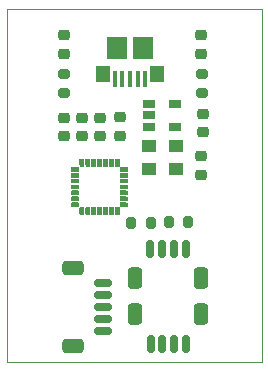
<source format=gbr>
G04 #@! TF.GenerationSoftware,KiCad,Pcbnew,(6.0.7)*
G04 #@! TF.CreationDate,2022-08-21T23:09:39-05:00*
G04 #@! TF.ProjectId,STM32QFN28Breakout,53544d33-3251-4464-9e32-38427265616b,rev?*
G04 #@! TF.SameCoordinates,Original*
G04 #@! TF.FileFunction,Paste,Top*
G04 #@! TF.FilePolarity,Positive*
%FSLAX46Y46*%
G04 Gerber Fmt 4.6, Leading zero omitted, Abs format (unit mm)*
G04 Created by KiCad (PCBNEW (6.0.7)) date 2022-08-21 23:09:39*
%MOMM*%
%LPD*%
G01*
G04 APERTURE LIST*
G04 Aperture macros list*
%AMRoundRect*
0 Rectangle with rounded corners*
0 $1 Rounding radius*
0 $2 $3 $4 $5 $6 $7 $8 $9 X,Y pos of 4 corners*
0 Add a 4 corners polygon primitive as box body*
4,1,4,$2,$3,$4,$5,$6,$7,$8,$9,$2,$3,0*
0 Add four circle primitives for the rounded corners*
1,1,$1+$1,$2,$3*
1,1,$1+$1,$4,$5*
1,1,$1+$1,$6,$7*
1,1,$1+$1,$8,$9*
0 Add four rect primitives between the rounded corners*
20,1,$1+$1,$2,$3,$4,$5,0*
20,1,$1+$1,$4,$5,$6,$7,0*
20,1,$1+$1,$6,$7,$8,$9,0*
20,1,$1+$1,$8,$9,$2,$3,0*%
G04 Aperture macros list end*
G04 #@! TA.AperFunction,Profile*
%ADD10C,0.050000*%
G04 #@! TD*
%ADD11C,0.100000*%
%ADD12R,0.299974X0.599948*%
%ADD13R,0.599948X0.299974*%
%ADD14R,1.150000X1.450000*%
%ADD15R,1.750000X1.900000*%
%ADD16R,0.400000X1.400000*%
%ADD17RoundRect,0.150000X0.625000X-0.150000X0.625000X0.150000X-0.625000X0.150000X-0.625000X-0.150000X0*%
%ADD18RoundRect,0.250000X0.650000X-0.350000X0.650000X0.350000X-0.650000X0.350000X-0.650000X-0.350000X0*%
%ADD19RoundRect,0.225000X0.250000X-0.225000X0.250000X0.225000X-0.250000X0.225000X-0.250000X-0.225000X0*%
%ADD20RoundRect,0.150000X0.150000X0.625000X-0.150000X0.625000X-0.150000X-0.625000X0.150000X-0.625000X0*%
%ADD21RoundRect,0.249999X0.350001X0.650001X-0.350001X0.650001X-0.350001X-0.650001X0.350001X-0.650001X0*%
%ADD22RoundRect,0.249999X-0.350001X-0.650001X0.350001X-0.650001X0.350001X0.650001X-0.350001X0.650001X0*%
%ADD23RoundRect,0.150000X-0.150000X-0.625000X0.150000X-0.625000X0.150000X0.625000X-0.150000X0.625000X0*%
%ADD24RoundRect,0.225000X-0.250000X0.225000X-0.250000X-0.225000X0.250000X-0.225000X0.250000X0.225000X0*%
%ADD25RoundRect,0.218750X0.256250X-0.218750X0.256250X0.218750X-0.256250X0.218750X-0.256250X-0.218750X0*%
%ADD26RoundRect,0.200000X-0.200000X-0.275000X0.200000X-0.275000X0.200000X0.275000X-0.200000X0.275000X0*%
%ADD27RoundRect,0.200000X0.275000X-0.200000X0.275000X0.200000X-0.275000X0.200000X-0.275000X-0.200000X0*%
%ADD28RoundRect,0.200000X-0.275000X0.200000X-0.275000X-0.200000X0.275000X-0.200000X0.275000X0.200000X0*%
%ADD29R,1.060000X0.650000*%
%ADD30R,1.300000X1.100000*%
G04 APERTURE END LIST*
D10*
X201300000Y-78800000D02*
X201300000Y-108700000D01*
X201300000Y-108700000D02*
X222900000Y-108700000D01*
X222900000Y-108700000D02*
X222900000Y-78800000D01*
X222900000Y-78800000D02*
X201300000Y-78800000D01*
G36*
X209773647Y-92113354D02*
G01*
X209473673Y-92113354D01*
X209473673Y-91513406D01*
X209773647Y-91513406D01*
X209773647Y-92113354D01*
G37*
D11*
X209773647Y-92113354D02*
X209473673Y-92113354D01*
X209473673Y-91513406D01*
X209773647Y-91513406D01*
X209773647Y-92113354D01*
G36*
X207378554Y-93507687D02*
G01*
X206778606Y-93507687D01*
X206778606Y-93207713D01*
X207378554Y-93207713D01*
X207378554Y-93507687D01*
G37*
X207378554Y-93507687D02*
X206778606Y-93507687D01*
X206778606Y-93207713D01*
X207378554Y-93207713D01*
X207378554Y-93507687D01*
G36*
X207772127Y-96202754D02*
G01*
X207472153Y-96202754D01*
X207472153Y-95602806D01*
X207772127Y-95602806D01*
X207772127Y-96202754D01*
G37*
X207772127Y-96202754D02*
X207472153Y-96202754D01*
X207472153Y-95602806D01*
X207772127Y-95602806D01*
X207772127Y-96202754D01*
G36*
X208272507Y-92113354D02*
G01*
X207972533Y-92113354D01*
X207972533Y-91513406D01*
X208272507Y-91513406D01*
X208272507Y-92113354D01*
G37*
X208272507Y-92113354D02*
X207972533Y-92113354D01*
X207972533Y-91513406D01*
X208272507Y-91513406D01*
X208272507Y-92113354D01*
G36*
X208272507Y-96202754D02*
G01*
X207972533Y-96202754D01*
X207972533Y-95602806D01*
X208272507Y-95602806D01*
X208272507Y-96202754D01*
G37*
X208272507Y-96202754D02*
X207972533Y-96202754D01*
X207972533Y-95602806D01*
X208272507Y-95602806D01*
X208272507Y-96202754D01*
G36*
X211467954Y-93507687D02*
G01*
X210868006Y-93507687D01*
X210868006Y-93207713D01*
X211467954Y-93207713D01*
X211467954Y-93507687D01*
G37*
X211467954Y-93507687D02*
X210868006Y-93507687D01*
X210868006Y-93207713D01*
X211467954Y-93207713D01*
X211467954Y-93507687D01*
G36*
X209273267Y-96202754D02*
G01*
X208973293Y-96202754D01*
X208973293Y-95602806D01*
X209273267Y-95602806D01*
X209273267Y-96202754D01*
G37*
X209273267Y-96202754D02*
X208973293Y-96202754D01*
X208973293Y-95602806D01*
X209273267Y-95602806D01*
X209273267Y-96202754D01*
G36*
X207772127Y-92113354D02*
G01*
X207472153Y-92113354D01*
X207472153Y-91513406D01*
X207772127Y-91513406D01*
X207772127Y-92113354D01*
G37*
X207772127Y-92113354D02*
X207472153Y-92113354D01*
X207472153Y-91513406D01*
X207772127Y-91513406D01*
X207772127Y-92113354D01*
G36*
X209273267Y-92113354D02*
G01*
X208973293Y-92113354D01*
X208973293Y-91513406D01*
X209273267Y-91513406D01*
X209273267Y-92113354D01*
G37*
X209273267Y-92113354D02*
X208973293Y-92113354D01*
X208973293Y-91513406D01*
X209273267Y-91513406D01*
X209273267Y-92113354D01*
G36*
X211467954Y-94508447D02*
G01*
X210868006Y-94508447D01*
X210868006Y-94208473D01*
X211467954Y-94208473D01*
X211467954Y-94508447D01*
G37*
X211467954Y-94508447D02*
X210868006Y-94508447D01*
X210868006Y-94208473D01*
X211467954Y-94208473D01*
X211467954Y-94508447D01*
G36*
X207378554Y-94008067D02*
G01*
X206778606Y-94008067D01*
X206778606Y-93708093D01*
X207378554Y-93708093D01*
X207378554Y-94008067D01*
G37*
X207378554Y-94008067D02*
X206778606Y-94008067D01*
X206778606Y-93708093D01*
X207378554Y-93708093D01*
X207378554Y-94008067D01*
G36*
X210274027Y-92113354D02*
G01*
X209974053Y-92113354D01*
X209974053Y-91513406D01*
X210274027Y-91513406D01*
X210274027Y-92113354D01*
G37*
X210274027Y-92113354D02*
X209974053Y-92113354D01*
X209974053Y-91513406D01*
X210274027Y-91513406D01*
X210274027Y-92113354D01*
G36*
X207378554Y-95509207D02*
G01*
X206778606Y-95509207D01*
X206778606Y-95209233D01*
X207378554Y-95209233D01*
X207378554Y-95509207D01*
G37*
X207378554Y-95509207D02*
X206778606Y-95509207D01*
X206778606Y-95209233D01*
X207378554Y-95209233D01*
X207378554Y-95509207D01*
G36*
X211467954Y-95509207D02*
G01*
X210868006Y-95509207D01*
X210868006Y-95209233D01*
X211467954Y-95209233D01*
X211467954Y-95509207D01*
G37*
X211467954Y-95509207D02*
X210868006Y-95509207D01*
X210868006Y-95209233D01*
X211467954Y-95209233D01*
X211467954Y-95509207D01*
G36*
X208772887Y-96202754D02*
G01*
X208472913Y-96202754D01*
X208472913Y-95602806D01*
X208772887Y-95602806D01*
X208772887Y-96202754D01*
G37*
X208772887Y-96202754D02*
X208472913Y-96202754D01*
X208472913Y-95602806D01*
X208772887Y-95602806D01*
X208772887Y-96202754D01*
G36*
X209773647Y-96202754D02*
G01*
X209473673Y-96202754D01*
X209473673Y-95602806D01*
X209773647Y-95602806D01*
X209773647Y-96202754D01*
G37*
X209773647Y-96202754D02*
X209473673Y-96202754D01*
X209473673Y-95602806D01*
X209773647Y-95602806D01*
X209773647Y-96202754D01*
G36*
X210774407Y-96202754D02*
G01*
X210474433Y-96202754D01*
X210474433Y-95602806D01*
X210774407Y-95602806D01*
X210774407Y-96202754D01*
G37*
X210774407Y-96202754D02*
X210474433Y-96202754D01*
X210474433Y-95602806D01*
X210774407Y-95602806D01*
X210774407Y-96202754D01*
G36*
X208772887Y-92113354D02*
G01*
X208472913Y-92113354D01*
X208472913Y-91513406D01*
X208772887Y-91513406D01*
X208772887Y-92113354D01*
G37*
X208772887Y-92113354D02*
X208472913Y-92113354D01*
X208472913Y-91513406D01*
X208772887Y-91513406D01*
X208772887Y-92113354D01*
G36*
X211467954Y-93007307D02*
G01*
X210868006Y-93007307D01*
X210868006Y-92707333D01*
X211467954Y-92707333D01*
X211467954Y-93007307D01*
G37*
X211467954Y-93007307D02*
X210868006Y-93007307D01*
X210868006Y-92707333D01*
X211467954Y-92707333D01*
X211467954Y-93007307D01*
G36*
X210274027Y-96202754D02*
G01*
X209974053Y-96202754D01*
X209974053Y-95602806D01*
X210274027Y-95602806D01*
X210274027Y-96202754D01*
G37*
X210274027Y-96202754D02*
X209974053Y-96202754D01*
X209974053Y-95602806D01*
X210274027Y-95602806D01*
X210274027Y-96202754D01*
G36*
X210774407Y-92113354D02*
G01*
X210474433Y-92113354D01*
X210474433Y-91513406D01*
X210774407Y-91513406D01*
X210774407Y-92113354D01*
G37*
X210774407Y-92113354D02*
X210474433Y-92113354D01*
X210474433Y-91513406D01*
X210774407Y-91513406D01*
X210774407Y-92113354D01*
G36*
X211467954Y-92506927D02*
G01*
X210868006Y-92506927D01*
X210868006Y-92206953D01*
X211467954Y-92206953D01*
X211467954Y-92506927D01*
G37*
X211467954Y-92506927D02*
X210868006Y-92506927D01*
X210868006Y-92206953D01*
X211467954Y-92206953D01*
X211467954Y-92506927D01*
G36*
X207378554Y-93007307D02*
G01*
X206778606Y-93007307D01*
X206778606Y-92707333D01*
X207378554Y-92707333D01*
X207378554Y-93007307D01*
G37*
X207378554Y-93007307D02*
X206778606Y-93007307D01*
X206778606Y-92707333D01*
X207378554Y-92707333D01*
X207378554Y-93007307D01*
G36*
X207378554Y-94508447D02*
G01*
X206778606Y-94508447D01*
X206778606Y-94208473D01*
X207378554Y-94208473D01*
X207378554Y-94508447D01*
G37*
X207378554Y-94508447D02*
X206778606Y-94508447D01*
X206778606Y-94208473D01*
X207378554Y-94208473D01*
X207378554Y-94508447D01*
G36*
X211467954Y-95008827D02*
G01*
X210868006Y-95008827D01*
X210868006Y-94708853D01*
X211467954Y-94708853D01*
X211467954Y-95008827D01*
G37*
X211467954Y-95008827D02*
X210868006Y-95008827D01*
X210868006Y-94708853D01*
X211467954Y-94708853D01*
X211467954Y-95008827D01*
G36*
X207378554Y-95008827D02*
G01*
X206778606Y-95008827D01*
X206778606Y-94708853D01*
X207378554Y-94708853D01*
X207378554Y-95008827D01*
G37*
X207378554Y-95008827D02*
X206778606Y-95008827D01*
X206778606Y-94708853D01*
X207378554Y-94708853D01*
X207378554Y-95008827D01*
G36*
X211467954Y-94008067D02*
G01*
X210868006Y-94008067D01*
X210868006Y-93708093D01*
X211467954Y-93708093D01*
X211467954Y-94008067D01*
G37*
X211467954Y-94008067D02*
X210868006Y-94008067D01*
X210868006Y-93708093D01*
X211467954Y-93708093D01*
X211467954Y-94008067D01*
G36*
X207378554Y-92506927D02*
G01*
X206778606Y-92506927D01*
X206778606Y-92206953D01*
X207378554Y-92206953D01*
X207378554Y-92506927D01*
G37*
X207378554Y-92506927D02*
X206778606Y-92506927D01*
X206778606Y-92206953D01*
X207378554Y-92206953D01*
X207378554Y-92506927D01*
D12*
X210624420Y-91813380D03*
X210124040Y-91813380D03*
X209623660Y-91813380D03*
X209123280Y-91813380D03*
X208622900Y-91813380D03*
X208122520Y-91813380D03*
X207622140Y-91813380D03*
D13*
X207078580Y-92356940D03*
X207078580Y-92857320D03*
X207078580Y-93357700D03*
X207078580Y-93858080D03*
X207078580Y-94358460D03*
X207078580Y-94858840D03*
X207078580Y-95359220D03*
D12*
X207622140Y-95902780D03*
X208122520Y-95902780D03*
X208622900Y-95902780D03*
X209123280Y-95902780D03*
X209623660Y-95902780D03*
X210124040Y-95902780D03*
X210624420Y-95902780D03*
D13*
X211167980Y-95359220D03*
X211167980Y-94858840D03*
X211167980Y-94358460D03*
X211167980Y-93858080D03*
X211167980Y-93357700D03*
X211167980Y-92857320D03*
X211167980Y-92356940D03*
D14*
X214060000Y-84320000D03*
X209420000Y-84320000D03*
D15*
X212865000Y-82090000D03*
D16*
X211740000Y-84740000D03*
X211090000Y-84740000D03*
X210440000Y-84740000D03*
X213040000Y-84740000D03*
X212390000Y-84740000D03*
D15*
X210615000Y-82090000D03*
D17*
X209435000Y-106060000D03*
X209435000Y-105060000D03*
X209435000Y-104060000D03*
X209435000Y-103060000D03*
X209435000Y-102060000D03*
D18*
X206910000Y-100760000D03*
X206910000Y-107360000D03*
D19*
X206110000Y-89575000D03*
X206110000Y-88025000D03*
X207640000Y-89575000D03*
X207640000Y-88025000D03*
X209200000Y-89575000D03*
X209200000Y-88025000D03*
D20*
X216470000Y-99115000D03*
X215470000Y-99115000D03*
X214470000Y-99115000D03*
X213470000Y-99115000D03*
D21*
X217770000Y-101640000D03*
X212170000Y-101640000D03*
D22*
X212180000Y-104640000D03*
X217780000Y-104640000D03*
D23*
X216480000Y-107165000D03*
X215480000Y-107165000D03*
X214480000Y-107165000D03*
X213480000Y-107165000D03*
D24*
X217790000Y-91295000D03*
X217790000Y-92845000D03*
D19*
X210870000Y-88005000D03*
X210870000Y-89555000D03*
X217890000Y-89245000D03*
X217890000Y-87695000D03*
D25*
X217720000Y-82597500D03*
X217720000Y-81022500D03*
X206180000Y-82617500D03*
X206180000Y-81042500D03*
D26*
X211855000Y-96930000D03*
X213505000Y-96930000D03*
X215025000Y-96890000D03*
X216675000Y-96890000D03*
D27*
X217850000Y-85955000D03*
X217850000Y-84305000D03*
D28*
X206180000Y-84325000D03*
X206180000Y-85975000D03*
D29*
X215520000Y-86890000D03*
X215520000Y-88790000D03*
X213320000Y-88790000D03*
X213320000Y-87840000D03*
X213320000Y-86890000D03*
D30*
X215660000Y-90450000D03*
X213360000Y-90450000D03*
X213360000Y-92350000D03*
X215660000Y-92350000D03*
M02*

</source>
